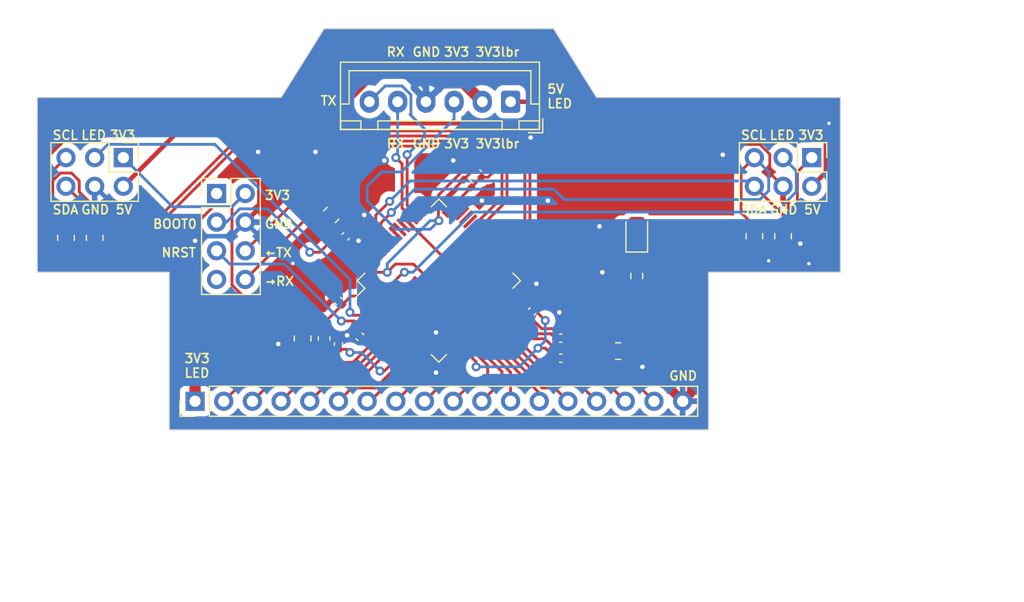
<source format=kicad_pcb>
(kicad_pcb (version 20221018) (generator pcbnew)
  (layers (0 "F.Cu" signal) (31 "B.Cu" signal) (34 "B.Paste" user) (35 "F.Paste" user) (36 "B.SilkS" user "B.Silkscreen") (37 "F.SilkS" user "F.Silkscreen") (38 "B.Mask" user) (39 "F.Mask" user) (44 "Edge.Cuts" user))
  (net 0 "")
  (net 1 "GND")
  (net 2 "Net-(U1-VCAP_1)")
  (net 3 "+3V3")
  (net 4 "Net-(U1-VDDA)")
  (net 5 "Net-(D1-K)")
  (net 6 "5V_LED")
  (net 7 "3V3_LED")
  (net 8 "UART3_RX")
  (net 9 "UART3_TX")
  (net 11 "BOOT0")
  (net 12 "NRST")
  (net 13 "UART1_TX")
  (net 15 "UART1_RX")
  (net 16 "LED_R")
  (net 17 "photo_L_7")
  (net 18 "photo_L_6")
  (net 19 "photo_L_5")
  (net 20 "photo_L_4")
  (net 21 "photo_L_3")
  (net 22 "photo_L_2")
  (net 23 "photo_L_1")
  (net 24 "photo_center")
  (net 25 "photo_front")
  (net 26 "photo_R_1")
  (net 27 "photo_R_2")
  (net 28 "photo_R_3")
  (net 29 "photo_R_4")
  (net 30 "photo_R_5")
  (net 31 "photo_R_6")
  (net 32 "photo_R_7")
  (net 33 "LED_L")
  (net 34 "I2C2_SCL")
  (net 35 "I2C2_SDA")
  (net 36 "Net-(U1-PB2)")
  (net 37 "I2C1_SCL")
  (net 38 "I2C1_SDA")
  (net 49 "I2C3_SDA")
  (net 50 "I2C3_SCL")
  (net 53 "SWDIO")
  (net 54 "SWCLK")
  (footprint "Connector_PinHeader_2.54mm:PinHeader_1x18_P2.54mm_Vertical" (layer "F.Cu") (at 80.01 109.22 90)
    (fp_text reference "J4" hide)
    (fp_text value "Conn_01x18" hide)
  )
  (footprint "Capacitor_SMD:C_0402_1005Metric" (layer "F.Cu") (at 93.345 94.615 -135)
    (fp_text reference "C8" hide)
    (fp_text value "100n" hide)
  )
  (footprint "Connector_PinHeader_2.54mm:PinHeader_2x03_P2.54mm_Vertical" (layer "F.Cu") (at 134.62 87.63 -90)
    (fp_text reference "J3" hide)
    (fp_text value "CS_R" hide)
  )
  (footprint "Resistor_SMD:R_0805_2012Metric" (layer "F.Cu") (at 117.475 104.775)
    (fp_text reference "R2" hide)
    (fp_text value "10k" hide)
  )
  (footprint "Connector_JST:JST_XH_B6B-XH-A_1x06_P2.50mm_Vertical" (layer "F.Cu") (at 107.95 82.677 180)
    (fp_text reference "J1" hide)
    (fp_text value "Conn_01x06" hide)
  )
  (footprint "Connector_PinHeader_2.54mm:PinHeader_2x04_P2.54mm_Vertical" (layer "F.Cu") (at 81.915 90.805)
    (fp_text reference "J2" hide)
    (fp_text value "WRITER CONN" hide)
  )
  (footprint "Package_QFP:LQFP-64_10x10mm_P0.5mm" (layer "F.Cu") (at 101.6 98.536179 45)
    (fp_text reference "U1" hide)
    (fp_text value "STM32F446RETx" hide)
  )
  (footprint "Resistor_SMD:R_0805_2012Metric" (layer "F.Cu") (at 132.08 94.5915 -90)
    (fp_text reference "R5" hide)
    (fp_text value "10k" hide)
  )
  (footprint "Capacitor_SMD:C_0603_1608Metric" (layer "F.Cu") (at 91.44 103.66 -90)
    (fp_text reference "C10" hide)
    (fp_text value "1u" hide)
  )
  (footprint "Capacitor_SMD:C_0402_1005Metric" (layer "F.Cu") (at 92.71 104.14 -90)
    (fp_text reference "C9" hide)
    (fp_text value "100n" hide)
  )
  (footprint "Connector_PinHeader_2.54mm:PinHeader_2x03_P2.54mm_Vertical" (layer "F.Cu") (at 73.66 87.63 -90)
    (fp_text reference "J5" hide)
    (fp_text value "CS_L" hide)
  )
  (footprint "Capacitor_SMD:C_0402_1005Metric" (layer "F.Cu") (at 105.029 89.027 135)
    (fp_text reference "C7" hide)
    (fp_text value "4.7u" hide)
  )
  (footprint "Resistor_SMD:R_0805_2012Metric" (layer "F.Cu") (at 129.54 94.5915 -90)
    (fp_text reference "R4" hide)
    (fp_text value "10k" hide)
  )
  (footprint "Resistor_SMD:R_0805_2012Metric" (layer "F.Cu") (at 71.12 94.742 -90)
    (fp_text reference "R7" hide)
    (fp_text value "10k" hide)
  )
  (footprint "Capacitor_SMD:C_0402_1005Metric" (layer "F.Cu") (at 94.615 103.505 -45)
    (fp_text reference "C1" hide)
    (fp_text value "100n" hide)
  )
  (footprint "Resistor_SMD:R_0603_1608Metric" (layer "F.Cu") (at 119.126 98.1225 90)
    (fp_text reference "R3" hide)
    (fp_text value "470" hide)
  )
  (footprint "Capacitor_SMD:C_0402_1005Metric" (layer "F.Cu") (at 92.71 100.33 -45)
    (fp_text reference "C3" hide)
    (fp_text value "100n" hide)
  )
  (footprint "Resistor_SMD:R_0805_2012Metric" (layer "F.Cu") (at 92.075 92.71 -135)
    (fp_text reference "R1" hide)
    (fp_text value "10k" hide)
  )
  (footprint "Resistor_SMD:R_0805_2012Metric" (layer "F.Cu") (at 68.58 94.742 -90)
    (fp_text reference "R6" hide)
    (fp_text value "10k" hide)
  )
  (footprint "LED_SMD:LED_0805_2012Metric" (layer "F.Cu") (at 119.126 94.3125 90)
    (fp_text reference "D1" hide)
    (fp_text value "LED_GREEN" hide)
  )
  (footprint "Capacitor_SMD:C_0402_1005Metric" (layer "F.Cu") (at 104.14 89.916 -45)
    (fp_text reference "C6" hide)
    (fp_text value "100n" hide)
  )
  (footprint "Capacitor_SMD:C_0402_1005Metric" (layer "F.Cu") (at 109.855 101.260589 45)
    (fp_text reference "C5" hide)
    (fp_text value "100n" hide)
  )
  (footprint "Capacitor_SMD:C_0402_1005Metric" (layer "F.Cu") (at 112.395 105.41 180)
    (fp_text reference "C4" hide)
    (fp_text value "100n" hide)
  )
  (footprint "Capacitor_SMD:C_0402_1005Metric" (layer "F.Cu") (at 112.395 103.632)
    (fp_text reference "C2" hide)
    (fp_text value "4.7u" hide)
  )
  (footprint "Resistor_SMD:R_0805_2012Metric" (layer "F.Cu") (at 89.535 103.66 -90)
    (fp_text reference "FB1" hide)
    (fp_text value "FerriteBead" hide)
  )
  (gr_poly (pts (xy 66.04 82.296) (xy 66.04 97.79) (xy 77.724 97.79) (xy 77.724 111.76) (xy 125.476 111.76) (xy 125.476 97.79) (xy 137.16 97.79) (xy 137.16 82.296) (xy 115.57 82.296) (xy 111.76 76.2) (xy 91.44 76.2) (xy 87.63 82.296)) (stroke (width 0.1)) (fill none) (layer "Edge.Cuts"))
  (gr_text "GND\n" (at 99.18 78.74) (layer "F.SilkS") (effects (font (size 0.8 0.8)) (justify left bottom)))
  (gr_text "3V3" (at 86.106 91.44) (layer "F.SilkS") (effects (font (size 0.8 0.8)) (justify left bottom)))
  (gr_text "5V\n" (at 133.858 92.71) (layer "F.SilkS") (effects (font (size 0.8 0.8)) (justify left bottom)))
  (gr_text "GND\n" (at 86.106 93.98) (layer "F.SilkS") (effects (font (size 0.8 0.8)) (justify left bottom)))
  (gr_text "GND\n" (at 121.92 107.442) (layer "F.SilkS") (effects (font (size 0.8 0.8)) (justify left bottom)))
  (gr_text "TX\n" (at 91.052 83.058) (layer "F.SilkS") (effects (font (size 0.8 0.8)) (justify left bottom)))
  (gr_text "RX" (at 96.894 86.868) (layer "F.SilkS") (effects (font (size 0.8 0.8)) (justify left bottom)))
  (gr_text "3V3" (at 101.974 86.868) (layer "F.SilkS") (effects (font (size 0.8 0.8)) (justify left bottom)))
  (gr_text "GND\n" (at 69.85 92.71) (layer "F.SilkS") (effects (font (size 0.8 0.8)) (justify left bottom)))
  (gr_text "3V3" (at 72.39 86.106) (layer "F.SilkS") (effects (font (size 0.8 0.8)) (justify left bottom)))
  (gr_text "SCL\n" (at 128.27 86.106) (layer "F.SilkS") (effects (font (size 0.8 0.8)) (justify left bottom)))
  (gr_text "LED\n" (at 130.81 86.106) (layer "F.SilkS") (effects (font (size 0.8 0.8)) (justify left bottom)))
  (gr_text "→RX" (at 86.106 99.06) (layer "F.SilkS") (effects (font (size 0.8 0.8)) (justify left bottom)))
  (gr_text "SDA" (at 67.31 92.71) (layer "F.SilkS") (effects (font (size 0.8 0.8)) (justify left bottom)))
  (gr_text "3V3" (at 133.35 86.106) (layer "F.SilkS") (effects (font (size 0.8 0.8)) (justify left bottom)))
  (gr_text "NRST\n" (at 76.962 96.52) (layer "F.SilkS") (effects (font (size 0.8 0.8)) (justify left bottom)))
  (gr_text "←TX\n" (at 86.106 96.52) (layer "F.SilkS") (effects (font (size 0.8 0.8)) (justify left bottom)))
  (gr_text "BOOT0\n" (at 76.2 93.98) (layer "F.SilkS") (effects (font (size 0.8 0.8)) (justify left bottom)))
  (gr_text "RX" (at 96.894 78.74) (layer "F.SilkS") (effects (font (size 0.8 0.8)) (justify left bottom)))
  (gr_text "3V3\nLED" (at 78.994 107.188) (layer "F.SilkS") (effects (font (size 0.8 0.8)) (justify left bottom)))
  (gr_text "3V3" (at 101.974 78.74) (layer "F.SilkS") (effects (font (size 0.8 0.8)) (justify left bottom)))
  (gr_text "5V\nLED" (at 111.118 83.312) (layer "F.SilkS") (effects (font (size 0.8 0.8)) (justify left bottom)))
  (gr_text "GND\n" (at 130.81 92.71) (layer "F.SilkS") (effects (font (size 0.8 0.8)) (justify left bottom)))
  (gr_text "SCL\n" (at 67.31 86.106) (layer "F.SilkS") (effects (font (size 0.8 0.8)) (justify left bottom)))
  (gr_text "GND\n" (at 99.18 86.868) (layer "F.SilkS") (effects (font (size 0.8 0.8)) (justify left bottom)))
  (gr_text "SDA" (at 128.27 92.71) (layer "F.SilkS") (effects (font (size 0.8 0.8)) (justify left bottom)))
  (gr_text "LED\n" (at 69.85 86.106) (layer "F.SilkS") (effects (font (size 0.8 0.8)) (justify left bottom)))
  (gr_text "3V3lbr" (at 104.768 78.74) (layer "F.SilkS") (effects (font (size 0.8 0.8)) (justify left bottom)))
  (gr_text "5V\n" (at 72.898 92.71) (layer "F.SilkS") (effects (font (size 0.8 0.8)) (justify left bottom)))
  (gr_text "3V3lbr" (at 104.768 86.868) (layer "F.SilkS") (effects (font (size 0.8 0.8)) (justify left bottom)))
  (segment (start 107.910928 100.250913) (end 109.260015 101.6) (width 0.25) (layer "F.Cu") (net 1))
  (segment (start 101.412523 103.190523) (end 101.65815 103.190523) (width 0.25) (layer "F.Cu") (net 1))
  (segment (start 92.71 103.66) (end 92.215 103.66) (width 0.25) (layer "F.Cu") (net 1))
  (segment (start 120.142 106.172) (end 119.634 106.172) (width 0.8) (layer "F.Cu") (net 1))
  (segment (start 102.355022 92.821175) (end 102.011704 92.477857) (width 0.25) (layer "F.Cu") (net 1))
  (segment (start 98.824606 103.786447) (end 99.42053 103.190523) (width 0.25) (layer "F.Cu") (net 1))
  (segment (start 101.346 103.124) (end 101.412523 103.190523) (width 0.25) (layer "F.Cu") (net 1))
  (segment (start 102.011704 92.477857) (end 102.011704 91.365474) (width 0.25) (layer "F.Cu") (net 1))
  (segment (start 109.260015 101.6) (end 109.515589 101.6) (width 0.25) (layer "F.Cu") (net 1))
  (segment (start 123.989 108.421) (end 123.989 107.696) (width 0.8) (layer "F.Cu") (net 1))
  (segment (start 132.08 90.17) (end 130.905 88.995) (width 0.25) (layer "F.Cu") (net 1))
  (segment (start 93.259589 103.165589) (end 93.204411 103.165589) (width 0.25) (layer "F.Cu") (net 1))
  (segment (start 112.342999 102.79) (end 112.875 103.322001) (width 0.25) (layer "F.Cu") (net 1))
  (segment (start 109.515589 101.6) (end 110.705589 102.79) (width 0.25) (layer "F.Cu") (net 1))
  (segment (start 99.42053 103.190523) (end 101.279477 103.190523) (width 0.25) (layer "F.Cu") (net 1))
  (segment (start 88.671233 97.002767) (end 88.671233 96.113767) (width 0.4) (layer "F.Cu") (net 1))
  (segment (start 85.705 87.229) (end 85.598 87.122) (width 0.4) (layer "F.Cu") (net 1))
  (segment (start 93.472 103.378) (end 93.259589 103.165589) (width 0.25) (layer "F.Cu") (net 1))
  (segment (start 119.126 98.9475) (end 119.126 104.0365) (width 0.25) (layer "F.Cu") (net 1))
  (segment (start 123.095 86.455) (end 115.824 93.726) (width 0.25) (layer "F.Cu") (net 1))
  (segment (start 119.126 104.0365) (end 118.3875 104.775) (width 0.25) (layer "F.Cu") (net 1))
  (segment (start 104.099985 91.44) (end 105.41 91.44) (width 0.25) (layer "F.Cu") (net 1))
  (segment (start 94.275589 103.165589) (end 93.684411 103.165589) (width 0.25) (layer "F.Cu") (net 1))
  (segment (start 112.875 103.322001) (end 112.875 103.632) (width 0.25) (layer "F.Cu") (net 1))
  (segment (start 103.314734 92.225251) (end 102.71881 92.821175) (width 0.25) (layer "F.Cu") (net 1))
  (segment (start 84.455 93.345) (end 86.614 91.186) (width 0.4) (layer "F.Cu") (net 1))
  (segment (start 110.705589 102.79) (end 112.342999 102.79) (width 0.25) (layer "F.Cu") (net 1))
  (segment (start 92.215 103.66) (end 91.44 102.885) (width 0.25) (layer "F.Cu") (net 1))
  (segment (start 123.19 109.22) (end 120.142 106.172) (width 0.8) (layer "F.Cu") (net 1))
  (segment (start 94.693148 96.225521) (end 94.693148 95.284326) (width 0.25) (layer "F.Cu") (net 1))
  (segment (start 130.905 88.995) (end 130.905 87.333299) (width 0.25) (layer "F.Cu") (net 1))
  (segment (start 94.488 94.996) (end 94.404822 94.996) (width 0.25) (layer "F.Cu") (net 1))
  (segment (start 116.078 97.79) (end 117.2355 98.9475) (width 0.25) (layer "F.Cu") (net 1))
  (segment (start 123.19 109.22) (end 123.989 108.421) (width 0.8) (layer "F.Cu") (net 1))
  (segment (start 86.868 91.186) (end 90.678 87.376) (width 0.4) (layer "F.Cu") (net 1))
  (segment (start 113.265 105.8) (end 117.3625 105.8) (width 0.25) (layer "F.Cu") (net 1))
  (segment (start 82.756547 104.14) (end 87.376 104.14) (width 1.2) (layer "F.Cu") (net 1))
  (segment (start 94.693148 95.284326) (end 94.488 95.079178) (width 0.25) (layer "F.Cu") (net 1))
  (segment (start 117.2355 98.9475) (end 119.126 98.9475) (width 0.25) (layer "F.Cu") (net 1))
  (segment (start 94.404822 94.996) (end 93.684411 94.275589) (width 0.25) (layer "F.Cu") (net 1))
  (segment (start 86.614 91.186) (end 86.868 91.186) (width 0.4) (layer "F.Cu") (net 1))
  (segment (start 102.71881 92.821175) (end 102.355022 92.821175) (width 0.25) (layer "F.Cu") (net 1))
  (segment (start 101.279477 103.190523) (end 101.346 103.124) (width 0.25) (layer "F.Cu") (net 1))
  (segment (start 85.705 92.095) (end 85.705 87.229) (width 0.4) (layer "F.Cu") (net 1))
  (segment (start 102.011704 91.365474) (end 104.689589 88.687589) (width 0.25) (layer "F.Cu") (net 1))
  (segment (start 117.3625 105.8) (end 118.3875 104.775) (width 0.25) (layer "F.Cu") (net 1))
  (segment (start 94.488 95.079178) (end 94.488 94.996) (width 0.25) (layer "F.Cu") (net 1))
  (segment (start 93.684411 103.165589) (end 93.472 103.378) (width 0.25) (layer "F.Cu") (net 1))
  (segment (start 112.875 105.41) (end 113.265 105.8) (width 0.25) (layer "F.Cu") (net 1))
  (segment (start 103.314734 92.225251) (end 104.099985 91.44) (width 0.25) (layer "F.Cu") (net 1))
  (segment (start 93.204411 103.165589) (end 92.71 103.66) (width 0.25) (layer "F.Cu") (net 1))
  (segment (start 95.289072 96.821445) (end 94.693148 96.225521) (width 0.25) (layer "F.Cu") (net 1))
  (segment (start 88.671233 96.113767) (end 91.429765 93.355235) (width 0.4) (layer "F.Cu") (net 1))
  (segment (start 90.678 87.376) (end 90.678 87.122) (width 0.4) (layer "F.Cu") (net 1))
  (segment (start 84.455 93.345) (end 85.705 92.095) (width 0.4) (layer "F.Cu") (net 1))
  (segment (start 130.905 87.333299) (end 130.026701 86.455) (width 0.25) (layer "F.Cu") (net 1))
  (segment (start 101.65815 103.190523) (end 103.314734 104.847107) (width 0.25) (layer "F.Cu") (net 1))
  (segment (start 130.026701 86.455) (end 123.095 86.455) (width 0.25) (layer "F.Cu") (net 1))
  (via (at 110.236 98.806) (size 0.8) (drill 0.4) (layers "F.Cu" "B.Cu") (net 1))
  (via (at 116.078 97.79) (size 0.8) (drill 0.4) (layers "F.Cu" "B.Cu") (net 1))
  (via (at 111.252 91.44) (size 0.8) (drill 0.4) (layers "F.Cu" "B.Cu") (net 1))
  (via (at 102.87 87.884) (size 0.8) (drill 0.4) (layers "F.Cu" "B.Cu") (net 1))
  (via (at 93.472 103.378) (size 0.8) (drill 0.4) (layers "F.Cu" "B.Cu") (net 1))
  (via (at 134.366 97.028) (size 0.5) (drill 0.3) (layers "F.Cu" "B.Cu") (net 1))
  (via (at 90.678 87.122) (size 0.8) (drill 0.4) (layers "F.Cu" "B.Cu") (net 1))
  (via (at 119.634 106.172) (size 0.8) (drill 0.4) (layers "F.Cu" "B.Cu") (net 1))
  (via (at 85.598 87.122) (size 0.8) (drill 0.4) (layers "F.Cu" "B.Cu") (net 1))
  (via (at 136.144 84.582) (size 0.5) (drill 0.3) (layers "F.Cu" "B.Cu") (net 1))
  (via (at 96.774 87.884) (size 0.8) (drill 0.4) (layers "F.Cu" "B.Cu") (net 1))
  (via (at 94.996 92.71) (size 0.8) (drill 0.4) (layers "F.Cu" "B.Cu") (net 1))
  (via (at 109.728 85.852) (size 0.8) (drill 0.4) (layers "F.Cu" "B.Cu") (net 1))
  (via (at 105.41 91.44) (size 0.8) (drill 0.4) (layers "F.Cu" "B.Cu") (net 1))
  (via (at 112.268 101.346) (size 0.8) (drill 0.4) (layers "F.Cu" "B.Cu") (net 1))
  (via (at 115.824 93.726) (size 0.8) (drill 0.4) (layers "F.Cu" "B.Cu") (net 1))
  (via (at 87.376 104.14) (size 0.8) (drill 0.4) (layers "F.Cu" "B.Cu") (net 1))
  (via (at 126.746 87.376) (size 0.8) (drill 0.4) (layers "F.Cu" "B.Cu") (net 1))
  (via (at 101.346 106.68) (size 0.8) (drill 0.4) (layers "F.Cu" "B.Cu") (net 1))
  (via (at 80.01 94.996) (size 0.8) (drill 0.4) (layers "F.Cu" "B.Cu") (net 1))
  (via (at 130.81 96.774) (size 0.5) (drill 0.3) (layers "F.Cu" "B.Cu") (net 1))
  (via (at 101.346 103.124) (size 0.8) (drill 0.4) (layers "F.Cu" "B.Cu") (net 1))
  (via (at 88.671233 97.002767) (size 0.5) (drill 0.3) (layers "F.Cu" "B.Cu") (net 1))
  (via (at 133.604 95.25) (size 0.8) (drill 0.4) (layers "F.Cu" "B.Cu") (net 1))
  (via (at 94.488 94.996) (size 0.8) (drill 0.4) (layers "F.Cu" "B.Cu") (net 1))
  (segment (start 99.108 80.01) (end 99.06 80.01) (width 0.6) (layer "B.Cu") (net 1))
  (segment (start 100.45 82.677) (end 100.45 82.506415) (width 0.6) (layer "B.Cu") (net 1))
  (segment (start 75.545 94.595) (end 79.609 94.595) (width 0.4) (layer "B.Cu") (net 1))
  (segment (start 101.925 81.202) (end 100.45 82.677) (width 0.6) (layer "B.Cu") (net 1))
  (segment (start 100.45 81.352) (end 99.108 80.01) (width 0.6) (layer "B.Cu") (net 1))
  (segment (start 104.062 81.202) (end 104.14 81.28) (width 0.6) (layer "B.Cu") (net 1))
  (segment (start 80.01 94.996) (end 80.411 94.595) (width 0.4) (layer "B.Cu") (net 1))
  (segment (start 115.824 97.536) (end 116.078 97.79) (width 0.25) (layer "B.Cu") (net 1))
  (segment (start 88.601229 97.002767) (end 88.133462 96.535) (width 0.4) (layer "B.Cu") (net 1))
  (segment (start 115.824 93.726) (end 115.824 97.536) (width 0.25) (layer "B.Cu") (net 1))
  (segment (start 88.133462 96.535) (end 87.645 96.535) (width 0.4) (layer "B.Cu") (net 1))
  (segment (start 104.062 81.202) (end 101.925 81.202) (width 0.6) (layer "B.Cu") (net 1))
  (segment (start 100.45 82.677) (end 100.45 81.352) (width 0.6) (layer "B.Cu") (net 1))
  (segment (start 88.671233 97.002767) (end 88.601229 97.002767) (width 0.4) (layer "B.Cu") (net 1))
  (segment (start 87.645 96.535) (end 84.455 93.345) (width 0.4) (layer "B.Cu") (net 1))
  (segment (start 100.45 82.506415) (end 99.383883 81.440299) (width 0.6) (layer "B.Cu") (net 1))
  (segment (start 79.609 94.595) (end 80.01 94.996) (width 0.4) (layer "B.Cu") (net 1))
  (segment (start 80.411 94.595) (end 83.205 94.595) (width 0.4) (layer "B.Cu") (net 1))
  (segment (start 83.205 94.595) (end 84.455 93.345) (width 0.4) (layer "B.Cu") (net 1))
  (segment (start 71.12 90.17) (end 75.545 94.595) (width 0.4) (layer "B.Cu") (net 1))
  (segment (start 107.557375 100.639822) (end 107.557375 100.604466) (width 0.25) (layer "F.Cu") (net 2))
  (segment (start 111.523 103.24) (end 110.157553 103.24) (width 0.25) (layer "F.Cu") (net 2))
  (segment (start 111.915 103.632) (end 111.523 103.24) (width 0.25) (layer "F.Cu") (net 2))
  (segment (start 110.157553 103.24) (end 107.557375 100.639822) (width 0.25) (layer "F.Cu") (net 2))
  (segment (start 101.561704 93.179704) (end 101.561704 90.959876) (width 0.25) (layer "F.Cu") (net 3))
  (segment (start 127.411 93.375) (end 129.54 95.504) (width 0.25) (layer "F.Cu") (net 3))
  (segment (start 103.668287 104.493554) (end 104.902 105.727267) (width 0.25) (layer "F.Cu") (net 3))
  (segment (start 99.351 97.065) (end 103.072364 100.786364) (width 0.25) (layer "F.Cu") (net 3))
  (segment (start 106.68 88.646) (end 105.959589 89.366411) (width 0.25) (layer "F.Cu") (net 3))
  (segment (start 119.126 93.375) (end 117.740589 93.375) (width 0.25) (layer "F.Cu") (net 3))
  (segment (start 94.935519 99.89736) (end 93.821462 99.89736) (width 0.25) (layer "F.Cu") (net 3))
  (segment (start 133.35 94.234) (end 133.35 88.9) (width 0.25) (layer "F.Cu") (net 3))
  (segment (start 91.748242 101.97058) (end 93.049411 100.669411) (width 0.25) (layer "F.Cu") (net 3))
  (segment (start 93.821462 99.89736) (end 93.049411 100.669411) (width 0.25) (layer "F.Cu") (net 3))
  (segment (start 103.072364 100.786364) (end 103.072364 103.897631) (width 0.25) (layer "F.Cu") (net 3))
  (segment (start 102.961181 91.871698) (end 102.961181 91.773641) (width 0.25) (layer "F.Cu") (net 3))
  (segment (start 93.005589 95.245068) (end 94.935519 97.174998) (width 0.25) (layer "F.Cu") (net 3))
  (segment (start 111.018907 104.513907) (end 111.915 105.41) (width 0.25) (layer "F.Cu") (net 3))
  (segment (start 77.943799 95.6545) (end 81.618299 91.98) (width 0.25) (layer "F.Cu") (net 3))
  (segment (start 102.961181 91.773641) (end 104.479411 90.255411) (width 0.25) (layer "F.Cu") (net 3))
  (segment (start 97.753 97.065) (end 99.351 97.065) (width 0.25) (layer "F.Cu") (net 3))
  (segment (start 105.959589 89.366411) (end 105.368411 89.366411) (width 0.25) (layer "F.Cu") (net 3))
  (segment (start 89.535 102.7475) (end 87.115799 102.7475) (width 0.25) (layer "F.Cu") (net 3))
  (segment (start 106.68 87.758396) (end 106.68 88.646) (width 0.25) (layer "F.Cu") (net 3))
  (segment (start 87.115799 102.7475) (end 83.28 98.911701) (width 0.25) (layer "F.Cu") (net 3))
  (segment (start 103.072364 103.897631) (end 103.668287 104.493554) (width 0.25) (layer "F.Cu") (net 3))
  (segment (start 104.902 105.727267) (end 104.902 106.172) (width 0.25) (layer "F.Cu") (net 3))
  (segment (start 104.827382 87.694198) (end 106.615802 87.694198) (width 0.25) (layer "F.Cu") (net 3))
  (segment (start 68.58 95.6545) (end 77.943799 95.6545) (width 0.25) (layer "F.Cu") (net 3))
  (segment (start 83.28 98.911701) (end 83.28 91.98) (width 0.25) (layer "F.Cu") (net 3))
  (segment (start 97.028 97.79) (end 95.550521 97.79) (width 0.25) (layer "F.Cu") (net 3))
  (segment (start 93.005589 94.954411) (end 93.005589 95.245068) (width 0.25) (layer "F.Cu") (net 3))
  (segment (start 89.535 102.7475) (end 90.31192 101.97058) (width 0.25) (layer "F.Cu") (net 3))
  (segment (start 117.740589 93.375) (end 110.194411 100.921178) (width 0.25) (layer "F.Cu") (net 3))
  (segment (start 97.028 97.79) (end 97.753 97.065) (width 0.25) (layer "F.Cu") (net 3))
  (segment (start 81.618299 91.98) (end 83.28 91.98) (width 0.25) (layer "F.Cu") (net 3))
  (segment (start 95.550521 97.79) (end 94.935519 97.174998) (width 0.25) (layer "F.Cu") (net 3))
  (segment (start 108.264481 99.89736) (end 109.170593 99.89736) (width 0.25) (layer "F.Cu") (net 3))
  (segment (start 94.935519 99.89736) (end 94.935519 97.174998) (width 0.25) (layer "F.Cu") (net 3))
  (segment (start 106.615802 87.694198) (end 106.68 87.758396) (width 0.25) (layer "F.Cu") (net 3))
  (segment (start 110.194411 100.921178) (end 110.194411 101.236817) (width 0.25) (layer "F.Cu") (net 3))
  (segment (start 132.08 95.504) (end 133.35 94.234) (width 0.25) (layer "F.Cu") (net 3))
  (segment (start 109.170593 99.89736) (end 110.194411 100.921178) (width 0.25) (layer "F.Cu") (net 3))
  (segment (start 110.194411 101.236817) (end 111.023094 102.0655) (width 0.25) (layer "F.Cu") (net 3))
  (segment (start 101.6 93.218) (end 101.561704 93.179704) (width 0.25) (layer "F.Cu") (net 3))
  (segment (start 133.35 88.9) (end 134.62 87.63) (width 0.25) (layer "F.Cu") (net 3))
  (segment (start 105.368411 89.366411) (end 104.479411 90.255411) (width 0.25) (layer "F.Cu") (net 3))
  (segment (start 119.126 93.375) (end 127.411 93.375) (width 0.25) (layer "F.Cu") (net 3))
  (segment (start 101.561704 90.959876) (end 104.827382 87.694198) (width 0.25) (layer "F.Cu") (net 3))
  (segment (start 129.54 95.504) (end 132.08 95.504) (width 0.25) (layer "F.Cu") (net 3))
  (segment (start 90.31192 101.97058) (end 91.748242 101.97058) (width 0.25) (layer "F.Cu") (net 3))
  (segment (start 110.370093 104.513907) (end 111.018907 104.513907) (width 0.25) (layer "F.Cu") (net 3))
  (segment (start 83.28 91.98) (end 84.455 90.805) (width 0.25) (layer "F.Cu") (net 3))
  (via (at 97.028 97.79) (size 0.8) (drill 0.4) (layers "F.Cu" "B.Cu") (net 3))
  (via (at 101.6 93.218) (size 0.8) (drill 0.4) (layers "F.Cu" "B.Cu") (net 3))
  (via (at 104.902 106.172) (size 0.8) (drill 0.4) (layers "F.Cu" "B.Cu") (net 3))
  (via (at 110.370093 104.513907) (size 0.8) (drill 0.4) (layers "F.Cu" "B.Cu") (net 3))
  (via (at 111.023094 102.0655) (size 0.8) (drill 0.4) (layers "F.Cu" "B.Cu") (net 3))
  (segment (start 96.52 88.9) (end 95.25 90.17) (width 0.25) (layer "B.Cu") (net 3))
  (segment (start 100.82602 93.218) (end 97.028 97.01602) (width 0.25) (layer "B.Cu") (net 3))
  (segment (start 98.280097 88.9) (end 96.52 88.9) (width 0.25) (layer "B.Cu") (net 3))
  (segment (start 95.25 90.17) (end 95.25 91.44) (width 0.25) (layer "B.Cu") (net 3))
  (segment (start 111.023094 103.860906) (end 110.370093 104.513907) (width 0.25) (layer "B.Cu") (net 3))
  (segment (start 95.25 91.44) (end 97.79 93.98) (width 0.25) (layer "B.Cu") (net 3))
  (segment (start 73.66 87.63) (end 78.01 91.98) (width 0.25) (layer "B.Cu") (net 3))
  (segment (start 104.902 106.172) (end 108.712 106.172) (width 0.25) (layer "B.Cu") (net 3))
  (segment (start 97.79 93.98) (end 100.838 93.98) (width 0.25) (layer "B.Cu") (net 3))
  (segment (start 83.28 91.98) (end 84.455 90.805) (width 0.25) (layer "B.Cu") (net 3))
  (segment (start 97.028 97.01602) (end 97.028 97.79) (width 0.25) (layer "B.Cu") (net 3))
  (segment (start 102.95 84.230097) (end 98.280097 88.9) (width 0.25) (layer "B.Cu") (net 3))
  (segment (start 111.023094 102.0655) (end 111.023094 103.860906) (width 0.25) (layer "B.Cu") (net 3))
  (segment (start 100.838 93.98) (end 101.6 93.218) (width 0.25) (layer "B.Cu") (net 3))
  (segment (start 102.95 82.677) (end 102.95 84.230097) (width 0.25) (layer "B.Cu") (net 3))
  (segment (start 78.01 91.98) (end 83.28 91.98) (width 0.25) (layer "B.Cu") (net 3))
  (segment (start 108.712 106.172) (end 110.370093 104.513907) (width 0.25) (layer "B.Cu") (net 3))
  (segment (start 101.6 93.218) (end 100.82602 93.218) (width 0.25) (layer "B.Cu") (net 3))
  (segment (start 91.44 104.435) (end 92.525 104.435) (width 0.25) (layer "F.Cu") (net 4))
  (segment (start 93.444 104.62) (end 93.726 104.902) (width 0.25) (layer "F.Cu") (net 4))
  (segment (start 92.71 104.62) (end 93.444 104.62) (width 0.25) (layer "F.Cu") (net 4))
  (segment (start 96.384272 106.544271) (end 96.773888 106.544271) (width 0.25) (layer "F.Cu") (net 4))
  (segment (start 92.525 104.435) (end 92.71 104.62) (width 0.25) (layer "F.Cu") (net 4))
  (segment (start 91.3025 104.5725) (end 91.44 104.435) (width 0.25) (layer "F.Cu") (net 4))
  (segment (start 89.535 104.5725) (end 91.3025 104.5725) (width 0.25) (layer "F.Cu") (net 4))
  (segment (start 96.773888 106.544271) (end 99.178159 104.14) (width 0.25) (layer "F.Cu") (net 4))
  (via (at 96.384272 106.544271) (size 0.8) (drill 0.4) (layers "F.Cu" "B.Cu") (net 4))
  (via (at 93.726 104.902) (size 0.8) (drill 0.4) (layers "F.Cu" "B.Cu") (net 4))
  (segment (start 94.742001 104.902) (end 96.384272 106.544271) (width 0.25) (layer "B.Cu") (net 4))
  (segment (start 93.726 104.902) (end 94.742001 104.902) (width 0.25) (layer "B.Cu") (net 4))
  (segment (start 119.126 95.25) (end 119.126 97.2975) (width 0.25) (layer "F.Cu") (net 5))
  (segment (start 134.62 84.582) (end 112.522 84.582) (width 0.4) (layer "F.Cu") (net 6))
  (segment (start 134.62 90.17) (end 135.87 88.92) (width 0.4) (layer "F.Cu") (net 6))
  (segment (start 135.87 85.832) (end 134.62 84.582) (width 0.4) (layer "F.Cu") (net 6))
  (segment (start 112.522 84.582) (end 79.248 84.582) (width 0.4) (layer "F.Cu") (net 6))
  (segment (start 112.522 84.582) (end 110.617 82.677) (width 0.4) (layer "F.Cu") (net 6))
  (segment (start 110.617 82.677) (end 107.95 82.677) (width 0.4) (layer "F.Cu") (net 6))
  (segment (start 79.248 84.582) (end 73.66 90.17) (width 0.4) (layer "F.Cu") (net 6))
  (segment (start 135.87 88.92) (end 135.87 85.832) (width 0.4) (layer "F.Cu") (net 6))
  (segment (start 78.673025 96.867) (end 67.72957 96.867) (width 1) (layer "F.Cu") (net 7))
  (segment (start 70.335968 83.682) (end 92.127969 83.682) (width 1) (layer "F.Cu") (net 7))
  (segment (start 67.72957 96.867) (end 66.58 95.71743) (width 1) (layer "F.Cu") (net 7))
  (segment (start 92.127969 83.682) (end 95.799969 80.01) (width 1) (layer "F.Cu") (net 7))
  (segment (start 80.01 109.22) (end 80.01 98.203975) (width 1) (layer "F.Cu") (net 7))
  (segment (start 102.783 80.01) (end 105.45 82.677) (width 1) (layer "F.Cu") (net 7))
  (segment (start 95.799969 80.01) (end 102.783 80.01) (width 1) (layer "F.Cu") (net 7))
  (segment (start 80.01 98.203975) (end 78.673025 96.867) (width 1) (layer "F.Cu") (net 7))
  (segment (start 66.58 95.71743) (end 66.58 87.437968) (width 1) (layer "F.Cu") (net 7))
  (segment (start 66.58 87.437968) (end 70.335968 83.682) (width 1) (layer "F.Cu") (net 7))
  (segment (start 98.34275 88.18275) (end 97.79 87.63) (width 0.25) (layer "F.Cu") (net 8))
  (segment (start 99.178159 92.932358) (end 98.34275 92.096949) (width 0.25) (layer "F.Cu") (net 8))
  (segment (start 98.34275 92.096949) (end 98.34275 88.18275) (width 0.25) (layer "F.Cu") (net 8))
  (via (at 97.79 87.63) (size 0.8) (drill 0.4) (layers "F.Cu" "B.Cu") (net 8))
  (segment (start 97.95 87.47) (end 97.79 87.63) (width 0.25) (layer "B.Cu") (net 8))
  (segment (start 97.95 82.677) (end 97.95 87.47) (width 0.25) (layer "B.Cu") (net 8))
  (segment (start 98.79275 87.362748) (end 98.79275 91.839841) (width 0.25) (layer "F.Cu") (net 9))
  (segment (start 98.79275 91.839841) (end 99.531713 92.578804) (width 0.25) (layer "F.Cu") (net 9))
  (via (at 98.79275 87.362748) (size 0.8) (drill 0.4) (layers "F.Cu" "B.Cu") (net 9))
  (segment (start 96.847 81.28) (end 97.79 81.28) (width 0.25) (layer "B.Cu") (net 9))
  (segment (start 97.79 81.28) (end 98.339701 81.28) (width 0.25) (layer "B.Cu") (net 9))
  (segment (start 100.33 85.09) (end 100.33 85.825498) (width 0.25) (layer "B.Cu") (net 9))
  (segment (start 95.45 82.677) (end 96.847 81.28) (width 0.25) (layer "B.Cu") (net 9))
  (segment (start 99.06 83.82) (end 100.33 85.09) (width 0.25) (layer "B.Cu") (net 9))
  (segment (start 98.339701 81.28) (end 99.125 82.065299) (width 0.25) (layer "B.Cu") (net 9))
  (segment (start 100.33 85.825498) (end 98.79275 87.362748) (width 0.25) (layer "B.Cu") (net 9))
  (segment (start 99.125 82.065299) (end 99.125 83.755) (width 0.25) (layer "B.Cu") (net 9))
  (segment (start 99.125 83.755) (end 99.06 83.82) (width 0.25) (layer "B.Cu") (net 9))
  (segment (start 92.720235 92.064765) (end 92.720235 92.131288) (width 0.25) (layer "F.Cu") (net 11))
  (segment (start 91.049974 96.012) (end 92.720235 94.341739) (width 0.25) (layer "F.Cu") (net 11))
  (segment (start 90.17 96.012) (end 91.049974 96.012) (width 0.25) (layer "F.Cu") (net 11))
  (segment (start 92.720235 94.341739) (end 92.720235 92.064765) (width 0.25) (layer "F.Cu") (net 11))
  (segment (start 92.720235 92.131288) (end 96.349732 95.760785) (width 0.25) (layer "F.Cu") (net 11))
  (via (at 90.17 96.012) (size 0.8) (drill 0.4) (layers "F.Cu" "B.Cu") (net 11))
  (segment (start 90.17 96.012) (end 90.17 95.882898) (width 0.25) (layer "B.Cu") (net 11))
  (segment (start 86.457102 92.17) (end 83.968299 92.17) (width 0.25) (layer "B.Cu") (net 11))
  (segment (start 83.968299 92.17) (end 82.793299 93.345) (width 0.25) (layer "B.Cu") (net 11))
  (segment (start 90.17 95.882898) (end 86.457102 92.17) (width 0.25) (layer "B.Cu") (net 11))
  (segment (start 82.793299 93.345) (end 81.915 93.345) (width 0.25) (layer "B.Cu") (net 11))
  (segment (start 97.056839 102.01868) (end 95.231108 103.844411) (width 0.25) (layer "F.Cu") (net 12))
  (segment (start 94.116026 102.108) (end 95.34676 103.338734) (width 0.25) (layer "F.Cu") (net 12))
  (segment (start 95.34676 103.338734) (end 95.34676 103.452062) (width 0.25) (layer "F.Cu") (net 12))
  (segment (start 95.231108 103.844411) (end 94.954411 103.844411) (width 0.25) (layer "F.Cu") (net 12))
  (segment (start 92.964 102.108) (end 94.116026 102.108) (width 0.25) (layer "F.Cu") (net 12))
  (segment (start 95.34676 103.452062) (end 94.954411 103.844411) (width 0.25) (layer "F.Cu") (net 12))
  (via (at 92.964 102.108) (size 0.8) (drill 0.4) (layers "F.Cu" "B.Cu") (net 12))
  (segment (start 81.915 95.885) (end 83.09 97.06) (width 0.25) (layer "B.Cu") (net 12))
  (segment (start 87.916 97.06) (end 92.964 102.108) (width 0.25) (layer "B.Cu") (net 12))
  (segment (start 83.09 97.06) (end 87.916 97.06) (width 0.25) (layer "B.Cu") (net 12))
  (segment (start 94.176 86.164) (end 84.455 95.885) (width 0.25) (layer "F.Cu") (net 13))
  (segment (start 107.638 91.437519) (end 107.638 87.443604) (width 0.25) (layer "F.Cu") (net 13))
  (segment (start 106.358396 86.164) (end 94.176 86.164) (width 0.25) (layer "F.Cu") (net 13))
  (segment (start 105.082501 93.993018) (end 107.638 91.437519) (width 0.25) (layer "F.Cu") (net 13))
  (segment (start 107.638 87.443604) (end 106.358396 86.164) (width 0.25) (layer "F.Cu") (net 13))
  (segment (start 106.172 86.614) (end 96.266 86.614) (width 0.25) (layer "F.Cu") (net 15))
  (segment (start 96.266 86.614) (end 84.455 98.425) (width 0.25) (layer "F.Cu") (net 15))
  (segment (start 107.188 87.63) (end 106.172 86.614) (width 0.25) (layer "F.Cu") (net 15))
  (segment (start 107.188 91.180413) (end 107.188 87.63) (width 0.25) (layer "F.Cu") (net 15))
  (segment (start 104.728948 93.639465) (end 107.188 91.180413) (width 0.25) (layer "F.Cu") (net 15))
  (segment (start 98.552 97.79) (end 98.457091 97.79) (width 0.25) (layer "F.Cu") (net 16))
  (segment (start 98.457091 97.79) (end 95.642625 100.604466) (width 0.25) (layer "F.Cu") (net 16))
  (via (at 98.552 97.79) (size 0.8) (drill 0.4) (layers "F.Cu" "B.Cu") (net 16))
  (segment (start 98.552 97.79) (end 99.314 97.79) (width 0.25) (layer "B.Cu") (net 16))
  (segment (start 131.455701 92.456) (end 133.255 90.656701) (width 0.25) (layer "B.Cu") (net 16))
  (segment (start 133.255 88.805) (end 132.08 87.63) (width 0.25) (layer "B.Cu") (net 16))
  (segment (start 104.648 92.456) (end 131.455701 92.456) (width 0.25) (layer "B.Cu") (net 16))
  (segment (start 99.314 97.79) (end 104.648 92.456) (width 0.25) (layer "B.Cu") (net 16))
  (segment (start 133.255 90.656701) (end 133.255 88.805) (width 0.25) (layer "B.Cu") (net 16))
  (segment (start 85.99 105.78) (end 94.002625 105.78) (width 0.25) (layer "F.Cu") (net 17))
  (segment (start 94.002625 105.78) (end 97.410392 102.372233) (width 0.25) (layer "F.Cu") (net 17))
  (segment (start 82.55 109.22) (end 85.99 105.78) (width 0.25) (layer "F.Cu") (net 17))
  (segment (start 88.08 106.23) (end 94.295087 106.23) (width 0.25) (layer "F.Cu") (net 18))
  (segment (start 94.295087 106.23) (end 97.763946 102.761141) (width 0.25) (layer "F.Cu") (net 18))
  (segment (start 97.763946 102.761141) (end 97.763946 102.725787) (width 0.25) (layer "F.Cu") (net 18))
  (segment (start 85.09 109.22) (end 88.08 106.23) (width 0.25) (layer "F.Cu") (net 18))
  (segment (start 90.17 106.68) (end 94.516839 106.68) (width 0.25) (layer "F.Cu") (net 19))
  (segment (start 87.63 109.22) (end 90.17 106.68) (width 0.25) (layer "F.Cu") (net 19))
  (segment (start 94.516839 106.68) (end 98.117499 103.07934) (width 0.25) (layer "F.Cu") (net 19))
  (segment (start 98.471052 103.432893) (end 94.308945 107.595) (width 0.25) (layer "F.Cu") (net 20))
  (segment (start 91.795 107.595) (end 90.17 109.22) (width 0.25) (layer "F.Cu") (net 20))
  (segment (start 94.308945 107.595) (end 91.795 107.595) (width 0.25) (layer "F.Cu") (net 20))
  (segment (start 93.885 108.045) (end 92.71 109.22) (width 0.25) (layer "F.Cu") (net 21))
  (segment (start 95.980267 108.045) (end 93.885 108.045) (width 0.25) (layer "F.Cu") (net 21))
  (segment (start 99.531713 104.493554) (end 95.980267 108.045) (width 0.25) (layer "F.Cu") (net 21))
  (segment (start 95.512373 109.22) (end 95.25 109.22) (width 0.25) (layer "F.Cu") (net 22))
  (segment (start 99.885266 104.847107) (end 95.512373 109.22) (width 0.25) (layer "F.Cu") (net 22))
  (segment (start 100.238819 106.771181) (end 97.79 109.22) (width 0.25) (layer "F.Cu") (net 23))
  (segment (start 100.238819 105.20066) (end 100.238819 106.771181) (width 0.25) (layer "F.Cu") (net 23))
  (segment (start 105.918 106.036159) (end 105.918 106.934) (width 0.25) (layer "F.Cu") (net 24))
  (segment (start 105.918 106.934) (end 105.156 107.696) (width 0.25) (layer "F.Cu") (net 24))
  (segment (start 104.394 107.696) (end 102.87 109.22) (width 0.25) (layer "F.Cu") (net 24))
  (segment (start 105.156 107.696) (end 104.394 107.696) (width 0.25) (layer "F.Cu") (net 24))
  (segment (start 104.021841 104.14) (end 105.918 106.036159) (width 0.25) (layer "F.Cu") (net 24))
  (segment (start 100.33 109.22) (end 102.961181 106.588819) (width 0.25) (layer "F.Cu") (net 25))
  (segment (start 102.961181 106.588819) (end 102.961181 105.20066) (width 0.25) (layer "F.Cu") (net 25))
  (segment (start 104.375394 103.786447) (end 107.188 106.599053) (width 0.25) (layer "F.Cu") (net 26))
  (segment (start 105.41 109.22) (end 105.067764 109.562236) (width 0.25) (layer "F.Cu") (net 26))
  (segment (start 107.188 106.599053) (end 107.188 107.442) (width 0.25) (layer "F.Cu") (net 26))
  (segment (start 107.188 107.442) (end 105.41 109.22) (width 0.25) (layer "F.Cu") (net 26))
  (segment (start 107.95 109.22) (end 107.95 106.653945) (width 0.25) (layer "F.Cu") (net 27))
  (segment (start 107.95 106.653945) (end 104.728948 103.432893) (width 0.25) (layer "F.Cu") (net 27))
  (segment (start 110.49 108.486839) (end 105.082501 103.07934) (width 0.25) (layer "F.Cu") (net 28))
  (segment (start 110.49 109.22) (end 110.49 108.486839) (width 0.25) (layer "F.Cu") (net 28))
  (segment (start 111.855 108.045) (end 110.755267 108.045) (width 0.25) (layer "F.Cu") (net 29))
  (segment (start 113.03 109.22) (end 111.855 108.045) (width 0.25) (layer "F.Cu") (net 29))
  (segment (start 110.755267 108.045) (end 105.436054 102.725787) (width 0.25) (layer "F.Cu") (net 29))
  (segment (start 115.57 109.22) (end 113.945 107.595) (width 0.25) (layer "F.Cu") (net 30))
  (segment (start 111.012375 107.595) (end 105.789608 102.372233) (width 0.25) (layer "F.Cu") (net 30))
  (segment (start 113.945 107.595) (end 111.012375 107.595) (width 0.25) (layer "F.Cu") (net 30))
  (segment (start 118.11 109.22) (end 116.035 107.145) (width 0.25) (layer "F.Cu") (net 31))
  (segment (start 111.269481 107.145) (end 106.143161 102.01868) (width 0.25) (layer "F.Cu") (net 31))
  (segment (start 116.035 107.145) (end 111.269481 107.145) (width 0.25) (layer "F.Cu") (net 31))
  (segment (start 118.125 106.695) (end 111.526587 106.695) (width 0.25) (layer "F.Cu") (net 32))
  (segment (start 111.526587 106.695) (end 106.496714 101.665127) (width 0.25) (layer "F.Cu") (net 32))
  (segment (start 120.65 109.22) (end 118.125 106.695) (width 0.25) (layer "F.Cu") (net 32))
  (segment (start 95.354199 101.6) (end 95.996179 100.95802) (width 0.25) (layer "F.Cu") (net 33))
  (segment (start 93.98 101.6) (end 95.354199 101.6) (width 0.25) (layer "F.Cu") (net 33))
  (segment (start 93.726 101.346) (end 93.98 101.6) (width 0.25) (layer "F.Cu") (net 33))
  (via (at 93.726 101.346) (size 0.8) (drill 0.4) (layers "F.Cu" "B.Cu") (net 33))
  (segment (start 93.726 98.414299) (end 93.726 101.346) (width 0.25) (layer "B.Cu") (net 33))
  (segment (start 71.12 87.63) (end 72.295 86.455) (width 0.25) (layer "B.Cu") (net 33))
  (segment (start 72.295 86.455) (end 81.766701 86.455) (width 0.25) (layer "B.Cu") (net 33))
  (segment (start 81.766701 86.455) (end 93.726 98.414299) (width 0.25) (layer "B.Cu") (net 33))
  (segment (start 69.755 89.683299) (end 69.755 90.656701) (width 0.25) (layer "F.Cu") (net 34))
  (segment (start 76.354104 93.3795) (end 84.469604 85.264) (width 0.25) (layer "F.Cu") (net 34))
  (segment (start 108.173152 98.574475) (end 108.03173 98.574475) (width 0.25) (layer "F.Cu") (net 34))
  (segment (start 67.405 88.805) (end 67.405 92.6545) (width 0.25) (layer "F.Cu") (net 34))
  (segment (start 67.405 89.683299) (end 68.093299 88.995) (width 0.25) (layer "F.Cu") (net 34))
  (segment (start 109.663958 97.083669) (end 108.173152 98.574475) (width 0.25) (layer "F.Cu") (net 34))
  (segment (start 67.405 92.6545) (end 68.58 93.8295) (width 0.25) (layer "F.Cu") (net 34))
  (segment (start 106.731188 85.264) (end 109.663958 88.19677) (width 0.25) (layer "F.Cu") (net 34))
  (segment (start 72.477799 93.3795) (end 76.354104 93.3795) (width 0.25) (layer "F.Cu") (net 34))
  (segment (start 108.03173 98.574475) (end 106.607898 99.998307) (width 0.25) (layer "F.Cu") (net 34))
  (segment (start 106.607898 99.998307) (end 106.607898 100.362097) (width 0.25) (layer "F.Cu") (net 34))
  (segment (start 84.469604 85.264) (end 106.731188 85.264) (width 0.25) (layer "F.Cu") (net 34))
  (segment (start 69.066701 88.995) (end 69.755 89.683299) (width 0.25) (layer "F.Cu") (net 34))
  (segment (start 109.663958 88.19677) (end 109.663958 97.083669) (width 0.25) (layer "F.Cu") (net 34))
  (segment (start 68.093299 88.995) (end 69.066701 88.995) (width 0.25) (layer "F.Cu") (net 34))
  (segment (start 67.405 92.6545) (end 67.405 89.683299) (width 0.25) (layer "F.Cu") (net 34))
  (segment (start 68.58 87.63) (end 67.405 88.805) (width 0.25) (layer "F.Cu") (net 34))
  (segment (start 69.755 90.656701) (end 72.477799 93.3795) (width 0.25) (layer "F.Cu") (net 34))
  (segment (start 106.607898 100.362097) (end 107.203821 100.95802) (width 0.25) (layer "F.Cu") (net 34))
  (segment (start 68.58 90.17) (end 71.12 92.71) (width 0.25) (layer "F.Cu") (net 35))
  (segment (start 76.5405 93.8295) (end 84.656 85.714) (width 0.25) (layer "F.Cu") (net 35))
  (segment (start 84.656 85.714) (end 106.544792 85.714) (width 0.25) (layer "F.Cu") (net 35))
  (segment (start 109.213958 88.383166) (end 109.213958 96.897273) (width 0.25) (layer "F.Cu") (net 35))
  (segment (start 106.544792 85.714) (end 109.213958 88.383166) (width 0.25) (layer "F.Cu") (net 35))
  (segment (start 103.66317 98.124475) (end 98.824606 93.285911) (width 0.25) (layer "F.Cu") (net 35))
  (segment (start 71.12 92.71) (end 71.12 93.8295) (width 0.25) (layer "F.Cu") (net 35))
  (segment (start 109.213958 96.897273) (end 107.986756 98.124475) (width 0.25) (layer "F.Cu") (net 35))
  (segment (start 107.986756 98.124475) (end 103.66317 98.124475) (width 0.25) (layer "F.Cu") (net 35))
  (segment (start 71.12 93.8295) (end 76.5405 93.8295) (width 0.25) (layer "F.Cu") (net 35))
  (segment (start 111.00151 103.69) (end 112.08651 104.775) (width 0.25) (layer "F.Cu") (net 36))
  (segment (start 112.08651 104.775) (end 116.5625 104.775) (width 0.25) (layer "F.Cu") (net 36))
  (segment (start 109.228695 103.69) (end 111.00151 103.69) (width 0.25) (layer "F.Cu") (net 36))
  (segment (start 106.850268 101.311573) (end 109.228695 103.69) (width 0.25) (layer "F.Cu") (net 36))
  (segment (start 97.394549 92.4935) (end 96.460915 93.427134) (width 0.25) (layer "F.Cu") (net 37))
  (segment (start 129.54 93.679) (end 128.365 92.504) (width 0.25) (layer "F.Cu") (net 37))
  (segment (start 96.460915 93.427134) (end 96.460915 94.457754) (width 0.25) (layer "F.Cu") (net 37))
  (segment (start 128.365 88.805) (end 129.54 87.63) (width 0.25) (layer "F.Cu") (net 37))
  (segment (start 128.365 92.504) (end 128.365 88.805) (width 0.25) (layer "F.Cu") (net 37))
  (segment (start 96.460915 94.457754) (end 97.056839 95.053678) (width 0.25) (layer "F.Cu") (net 37))
  (via (at 97.394549 92.4935) (size 0.8) (drill 0.4) (layers "F.Cu" "B.Cu") (net 37))
  (segment (start 112.681 91.345) (end 130.026701 91.345) (width 0.25) (layer "B.Cu") (net 37))
  (segment (start 97.394549 92.4935) (end 99.464049 90.424) (width 0.25) (layer "B.Cu") (net 37))
  (segment (start 111.76 90.424) (end 112.681 91.345) (width 0.25) (layer "B.Cu") (net 37))
  (segment (start 130.81 90.561701) (end 130.81 88.9) (width 0.25) (layer "B.Cu") (net 37))
  (segment (start 130.81 88.9) (end 129.54 87.63) (width 0.25) (layer "B.Cu") (net 37))
  (segment (start 130.026701 91.345) (end 130.81 90.561701) (width 0.25) (layer "B.Cu") (net 37))
  (segment (start 99.464049 90.424) (end 111.76 90.424) (width 0.25) (layer "B.Cu") (net 37))
  (segment (start 132.08 92.71) (end 132.08 93.679) (width 0.25) (layer "F.Cu") (net 38))
  (segment (start 96.010915 92.738732) (end 96.010915 94.71486) (width 0.25) (layer "F.Cu") (net 38))
  (segment (start 96.010915 94.71486) (end 96.703286 95.407231) (width 0.25) (layer "F.Cu") (net 38))
  (segment (start 97.24429 91.505357) (end 96.010915 92.738732) (width 0.25) (layer "F.Cu") (net 38))
  (segment (start 129.54 90.17) (end 132.08 92.71) (width 0.25) (layer "F.Cu") (net 38))
  (via (at 97.24429 91.505357) (size 0.8) (drill 0.4) (layers "F.Cu" "B.Cu") (net 38))
  (segment (start 97.24429 91.505357) (end 99.050647 89.699) (width 0.25) (layer "B.Cu") (net 38))
  (segment (start 99.050647 89.699) (end 129.069 89.699) (width 0.25) (layer "B.Cu") (net 38))
  (segment (start 129.069 89.699) (end 129.54 90.17) (width 0.25) (layer "B.Cu") (net 38))
  (zone (net 1) (net_name "GND") (layers "F&B.Cu") (connect_pads (clearance 0.5)) (min_thickness 0.25) (fill yes (thermal_gap 0.5) (thermal_bridge_width 0.5))
    (polygon (pts (xy 63.5 73.66) (xy 62.738 125.476) (xy 153.416 127) (xy 143.51 73.66)))
  )
)
</source>
